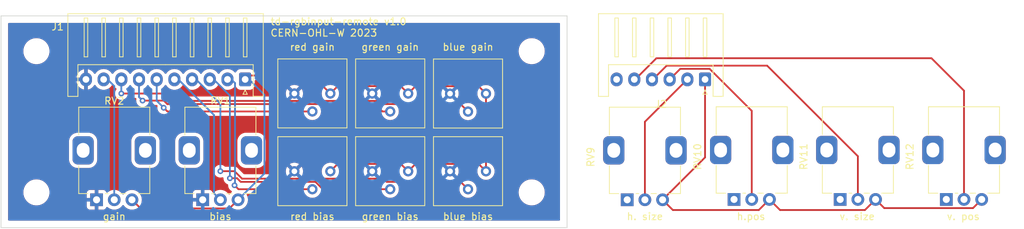
<source format=kicad_pcb>
(kicad_pcb (version 20241229) (generator "pcbnew") (generator_version "9.0")
  (layers (0 "F.Cu" signal) (2 "B.Cu" signal) (13 "F.Paste" user) (15 "B.Paste" user) (5 "F.SilkS" user "F.Silkscreen") (7 "B.SilkS" user "B.Silkscreen") (1 "F.Mask" user) (3 "B.Mask" user) (25 "Edge.Cuts" user))
  (net 0 "")
  (net 1 "+3.3VA")
  (net 2 "/rbias")
  (net 3 "/gbias")
  (net 4 "/bbias")
  (net 5 "/globalbias")
  (net 6 "/rgain")
  (net 7 "/ggain")
  (net 8 "/bgain")
  (net 9 "GND")
  (net 10 "/globalgain")
  (net 11 "/vsize")
  (net 12 "/hsize")
  (net 13 "/hpos")
  (net 14 "/vpos")
  (footprint "Potentiometer_THT:Potentiometer_Alps_RK09K_Single_Vertical" (layer "F.Cu") (at 221.6 88 90)
    (property "Reference" "RV10" (at 6.05 -5.15 90) (layer "F.SilkS"))
    (property "Value" "R_Potentiometer")
    (fp_line (start 13.12 -2.521) (end 13.12 7.52) (stroke (width 0.12)) (layer "F.SilkS"))
    (fp_line (start 9.184 -2.521) (end 13.12 -2.521) (stroke (width 0.12)) (layer "F.SilkS"))
    (fp_line (start 0.88 -2.521) (end 4.817 -2.521) (stroke (width 0.12)) (layer "F.SilkS"))
    (fp_line (start 0.88 -2.521) (end 0.88 -1.2) (stroke (width 0.12)) (layer "F.SilkS"))
    (fp_line (start 0.88 1.25) (end 0.88 1.63) (stroke (width 0.12)) (layer "F.SilkS"))
    (fp_line (start 0.88 3.371) (end 0.88 4.13) (stroke (width 0.12)) (layer "F.SilkS"))
    (fp_line (start 0.88 5.87) (end 0.88 7.52) (stroke (width 0.12)) (layer "F.SilkS"))
    (fp_line (start 9.184 7.52) (end 13.12 7.52) (stroke (width 0.12)) (layer "F.SilkS"))
    (fp_line (start 0.88 7.52) (end 4.817 7.52) (stroke (width 0.12)) (layer "F.SilkS"))
    (pad "1" thru_hole rect (at 0 0 90) (size 1.8 1.8) (drill 1) (layers "*.Cu" "*.Mask") (net 9 "GND"))
    (pad "2" thru_hole circle (at 0 2.5 90) (size 1.8 1.8) (drill 1) (layers "*.Cu" "*.Mask") (net 13 "/hpos"))
    (pad "3" thru_hole circle (at 0 5 90) (size 1.8 1.8) (drill 1) (layers "*.Cu" "*.Mask") (net 1 "+3.3VA"))
    (pad "MP" thru_hole roundrect (at 7 -1.9 90) (size 4 3) (drill oval 2.1 1.8) (layers "*.Cu" "*.Mask"))
    (pad "MP" thru_hole roundrect (at 7 6.9 90) (size 4 3) (drill oval 2.1 1.8) (layers "*.Cu" "*.Mask"))
  )
  (footprint "Potentiometer_THT:Potentiometer_Bourns_3386P_Vertical" (layer "F.Cu") (at 170.46 73 -90)
    (property "Reference" "RV7" (hide yes))
    (property "Value" "R_Potentiometer_Trim")
    (fp_line (start -4.9 2.345) (end 4.87 2.345) (stroke (width 0.12)) (layer "F.SilkS"))
    (fp_line (start -4.9 -7.425) (end -4.9 2.345) (stroke (width 0.12)) (layer "F.SilkS"))
    (fp_line (start -4.9 -7.425) (end 4.87 -7.425) (stroke (width 0.12)) (layer "F.SilkS"))
    (fp_line (start 4.87 -7.425) (end 4.87 2.345) (stroke (width 0.12)) (layer "F.SilkS"))
    (pad "1" thru_hole circle (at 0 0 270) (size 1.44 1.44) (drill 0.8) (layers "*.Cu" "*.Mask") (net 9 "GND"))
    (pad "2" thru_hole circle (at 2.54 -2.54 270) (size 1.44 1.44) (drill 0.8) (layers "*.Cu" "*.Mask") (net 7 "/ggain"))
    (pad "3" thru_hole circle (at 0 -5.08 270) (size 1.44 1.44) (drill 0.8) (layers "*.Cu" "*.Mask") (net 1 "+3.3VA"))
  )
  (footprint "Potentiometer_THT:Potentiometer_Bourns_3386P_Vertical" (layer "F.Cu") (at 181.46 84.015 -90)
    (property "Reference" "RV5" (hide yes))
    (property "Value" "R_Potentiometer_Trim")
    (fp_line (start -4.9 2.345) (end 4.87 2.345) (stroke (width 0.12)) (layer "F.SilkS"))
    (fp_line (start -4.9 -7.425) (end -4.9 2.345) (stroke (width 0.12)) (layer "F.SilkS"))
    (fp_line (start -4.9 -7.425) (end 4.87 -7.425) (stroke (width 0.12)) (layer "F.SilkS"))
    (fp_line (start 4.87 -7.425) (end 4.87 2.345) (stroke (width 0.12)) (layer "F.SilkS"))
    (pad "1" thru_hole circle (at 0 0 270) (size 1.44 1.44) (drill 0.8) (layers "*.Cu" "*.Mask") (net 9 "GND"))
    (pad "2" thru_hole circle (at 2.54 -2.54 270) (size 1.44 1.44) (drill 0.8) (layers "*.Cu" "*.Mask") (net 4 "/bbias"))
    (pad "3" thru_hole circle (at 0 -5.08 270) (size 1.44 1.44) (drill 0.8) (layers "*.Cu" "*.Mask") (net 1 "+3.3VA"))
  )
  (footprint "Potentiometer_THT:Potentiometer_Alps_RK09K_Single_Vertical" (layer "F.Cu") (at 251.6 88 90)
    (property "Reference" "RV12" (at 6.05 -5.15 90) (layer "F.SilkS"))
    (property "Value" "R_Potentiometer")
    (fp_line (start 13.12 -2.521) (end 13.12 7.52) (stroke (width 0.12)) (layer "F.SilkS"))
    (fp_line (start 9.184 -2.521) (end 13.12 -2.521) (stroke (width 0.12)) (layer "F.SilkS"))
    (fp_line (start 0.88 -2.521) (end 4.817 -2.521) (stroke (width 0.12)) (layer "F.SilkS"))
    (fp_line (start 0.88 -2.521) (end 0.88 -1.2) (stroke (width 0.12)) (layer "F.SilkS"))
    (fp_line (start 0.88 1.25) (end 0.88 1.63) (stroke (width 0.12)) (layer "F.SilkS"))
    (fp_line (start 0.88 3.371) (end 0.88 4.13) (stroke (width 0.12)) (layer "F.SilkS"))
    (fp_line (start 0.88 5.87) (end 0.88 7.52) (stroke (width 0.12)) (layer "F.SilkS"))
    (fp_line (start 9.184 7.52) (end 13.12 7.52) (stroke (width 0.12)) (layer "F.SilkS"))
    (fp_line (start 0.88 7.52) (end 4.817 7.52) (stroke (width 0.12)) (layer "F.SilkS"))
    (pad "1" thru_hole rect (at 0 0 90) (size 1.8 1.8) (drill 1) (layers "*.Cu" "*.Mask") (net 9 "GND"))
    (pad "2" thru_hole circle (at 0 2.5 90) (size 1.8 1.8) (drill 1) (layers "*.Cu" "*.Mask") (net 14 "/vpos"))
    (pad "3" thru_hole circle (at 0 5 90) (size 1.8 1.8) (drill 1) (layers "*.Cu" "*.Mask") (net 1 "+3.3VA"))
    (pad "MP" thru_hole roundrect (at 7 -1.9 90) (size 4 3) (drill oval 2.1 1.8) (layers "*.Cu" "*.Mask"))
    (pad "MP" thru_hole roundrect (at 7 6.9 90) (size 4 3) (drill oval 2.1 1.8) (layers "*.Cu" "*.Mask"))
  )
  (footprint "Potentiometer_THT:Potentiometer_Alps_RK09K_Single_Vertical" (layer "F.Cu") (at 206.5 88.05 90)
    (property "Reference" "RV9" (at 6.05 -5.15 90) (layer "F.SilkS"))
    (property "Value" "R_Potentiometer")
    (fp_line (start 13.12 -2.521) (end 13.12 7.52) (stroke (width 0.12)) (layer "F.SilkS"))
    (fp_line (start 9.184 -2.521) (end 13.12 -2.521) (stroke (width 0.12)) (layer "F.SilkS"))
    (fp_line (start 0.88 -2.521) (end 4.817 -2.521) (stroke (width 0.12)) (layer "F.SilkS"))
    (fp_line (start 0.88 -2.521) (end 0.88 -1.2) (stroke (width 0.12)) (layer "F.SilkS"))
    (fp_line (start 0.88 1.25) (end 0.88 1.63) (stroke (width 0.12)) (layer "F.SilkS"))
    (fp_line (start 0.88 3.371) (end 0.88 4.13) (stroke (width 0.12)) (layer "F.SilkS"))
    (fp_line (start 0.88 5.87) (end 0.88 7.52) (stroke (width 0.12)) (layer "F.SilkS"))
    (fp_line (start 9.184 7.52) (end 13.12 7.52) (stroke (width 0.12)) (layer "F.SilkS"))
    (fp_line (start 0.88 7.52) (end 4.817 7.52) (stroke (width 0.12)) (layer "F.SilkS"))
    (pad "1" thru_hole rect (at 0 0 90) (size 1.8 1.8) (drill 1) (layers "*.Cu" "*.Mask") (net 9 "GND"))
    (pad "2" thru_hole circle (at 0 2.5 90) (size 1.8 1.8) (drill 1) (layers "*.Cu" "*.Mask") (net 12 "/hsize"))
    (pad "3" thru_hole circle (at 0 5 90) (size 1.8 1.8) (drill 1) (layers "*.Cu" "*.Mask") (net 1 "+3.3VA"))
    (pad "MP" thru_hole roundrect (at 7 -1.9 90) (size 4 3) (drill oval 2.1 1.8) (layers "*.Cu" "*.Mask"))
    (pad "MP" thru_hole roundrect (at 7 6.9 90) (size 4 3) (drill oval 2.1 1.8) (layers "*.Cu" "*.Mask"))
  )
  (footprint "Connector_JST:JST_XH_S6B-XH-A_1x06_P2.50mm_Horizontal" (layer "F.Cu") (at 217.5 71 180)
    (property "Reference" "J2" (at 6.25 -3.51 0) (layer "F.SilkS"))
    (property "Value" "Conn_01x06_Pin")
    (fp_line (start 15.06 9.31) (end 15.06 -2.41) (stroke (width 0.12)) (layer "F.SilkS"))
    (fp_line (start 15.06 -2.41) (end 13.64 -2.41) (stroke (width 0.12)) (layer "F.SilkS"))
    (fp_line (start 13.64 2.09) (end 6.25 2.09) (stroke (width 0.12)) (layer "F.SilkS"))
    (fp_line (start 13.64 -2.41) (end 13.64 2.09) (stroke (width 0.12)) (layer "F.SilkS"))
    (fp_line (start 6.25 9.31) (end 15.06 9.31) (stroke (width 0.12)) (layer "F.SilkS"))
    (fp_line (start 6.25 9.31) (end -2.56 9.31) (stroke (width 0.12)) (layer "F.SilkS"))
    (fp_line (start 0.3 -2.1) (end 0 -1.5) (stroke (width 0.12)) (layer "F.SilkS"))
    (fp_line (start 0 -1.5) (end -0.3 -2.1) (stroke (width 0.12)) (layer "F.SilkS"))
    (fp_line (start -0.3 -2.1) (end 0.3 -2.1) (stroke (width 0.12)) (layer "F.SilkS"))
    (fp_line (start -1.14 2.09) (end 6.25 2.09) (stroke (width 0.12)) (layer "F.SilkS"))
    (fp_line (start -1.14 -2.41) (end -1.14 2.09) (stroke (width 0.12)) (layer "F.SilkS"))
    (fp_line (start -2.56 9.31) (end -2.56 -2.41) (stroke (width 0.12)) (layer "F.SilkS"))
    (fp_line (start -2.56 -2.41) (end -1.14 -2.41) (stroke (width 0.12)) (layer "F.SilkS"))
    (fp_rect (start 12.25 3.2) (end 12.75 8.7) (stroke (width 0.12)) (fill no) (layer "F.SilkS"))
    (fp_rect (start 9.75 3.2) (end 10.25 8.7) (stroke (width 0.12)) (fill no) (layer "F.SilkS"))
    (fp_rect (start 7.25 3.2) (end 7.75 8.7) (stroke (width 0.12)) (fill no) (layer "F.SilkS"))
    (fp_rect (start 4.75 3.2) (end 5.25 8.7) (stroke (width 0.12)) (fill no) (layer "F.SilkS"))
    (fp_rect (start 2.25 3.2) (end 2.75 8.7) (stroke (width 0.12)) (fill no) (layer "F.SilkS"))
    (fp_rect (start -0.25 3.2) (end 0.25 8.7) (stroke (width 0.12)) (fill no) (layer "F.SilkS"))
    (pad "1" thru_hole roundrect (at 0 0 180) (size 1.7 1.95) (drill 0.95) (layers "*.Cu" "*.Mask") (roundrect_rratio 0.147059) (net 1 "+3.3VA"))
    (pad "2" thru_hole oval (at 2.5 0 180) (size 1.7 1.95) (drill 0.95) (layers "*.Cu" "*.Mask") (net 12 "/hsize"))
    (pad "3" thru_hole oval (at 5 0 180) (size 1.7 1.95) (drill 0.95) (layers "*.Cu" "*.Mask") (net 13 "/hpos"))
    (pad "4" thru_hole oval (at 7.5 0 180) (size 1.7 1.95) (drill 0.95) (layers "*.Cu" "*.Mask") (net 11 "/vsize"))
    (pad "5" thru_hole oval (at 10 0 180) (size 1.7 1.95) (drill 0.95) (layers "*.Cu" "*.Mask") (net 14 "/vpos"))
    (pad "6" thru_hole oval (at 12.5 0 180) (size 1.7 1.95) (drill 0.95) (layers "*.Cu" "*.Mask") (net 9 "GND"))
  )
  (footprint "Potentiometer_THT:Potentiometer_Bourns_3386P_Vertical" (layer "F.Cu") (at 159.46 84.015 -90)
    (property "Reference" "RV3" (hide yes))
    (property "Value" "R_Potentiometer_Trim")
    (fp_line (start -4.9 2.345) (end 4.87 2.345) (stroke (width 0.12)) (layer "F.SilkS"))
    (fp_line (start -4.9 -7.425) (end -4.9 2.345) (stroke (width 0.12)) (layer "F.SilkS"))
    (fp_line (start -4.9 -7.425) (end 4.87 -7.425) (stroke (width 0.12)) (layer "F.SilkS"))
    (fp_line (start 4.87 -7.425) (end 4.87 2.345) (stroke (width 0.12)) (layer "F.SilkS"))
    (pad "1" thru_hole circle (at 0 0 270) (size 1.44 1.44) (drill 0.8) (layers "*.Cu" "*.Mask") (net 9 "GND"))
    (pad "2" thru_hole circle (at 2.54 -2.54 270) (size 1.44 1.44) (drill 0.8) (layers "*.Cu" "*.Mask") (net 2 "/rbias"))
    (pad "3" thru_hole circle (at 0 -5.08 270) (size 1.44 1.44) (drill 0.8) (layers "*.Cu" "*.Mask") (net 1 "+3.3VA"))
  )
  (footprint "MountingHole:MountingHole_3.2mm_M3" (layer "F.Cu") (at 193 67)
    (property "Reference" "H2" (hide yes))
    (property "Value" "MountingHole")
    (pad "" np_thru_hole circle (at 0 0) (size 3.2 3.2) (drill 3.2) (layers "*.Cu" "*.Mask"))
  )
  (footprint "Potentiometer_THT:Potentiometer_Bourns_3386P_Vertical" (layer "F.Cu") (at 181.46 73.015 -90)
    (property "Reference" "RV8" (hide yes))
    (property "Value" "R_Potentiometer_Trim")
    (fp_line (start -4.9 2.345) (end 4.87 2.345) (stroke (width 0.12)) (layer "F.SilkS"))
    (fp_line (start -4.9 -7.425) (end -4.9 2.345) (stroke (width 0.12)) (layer "F.SilkS"))
    (fp_line (start -4.9 -7.425) (end 4.87 -7.425) (stroke (width 0.12)) (layer "F.SilkS"))
    (fp_line (start 4.87 -7.425) (end 4.87 2.345) (stroke (width 0.12)) (layer "F.SilkS"))
    (pad "1" thru_hole circle (at 0 0 270) (size 1.44 1.44) (drill 0.8) (layers "*.Cu" "*.Mask") (net 9 "GND"))
    (pad "2" thru_hole circle (at 2.54 -2.54 270) (size 1.44 1.44) (drill 0.8) (layers "*.Cu" "*.Mask") (net 8 "/bgain"))
    (pad "3" thru_hole circle (at 0 -5.08 270) (size 1.44 1.44) (drill 0.8) (layers "*.Cu" "*.Mask") (net 1 "+3.3VA"))
  )
  (footprint "Potentiometer_THT:Potentiometer_Alps_RK09K_Single_Vertical" (layer "F.Cu") (at 236.6 88 90)
    (property "Reference" "RV11" (at 6.05 -5.15 90) (layer "F.SilkS"))
    (property "Value" "R_Potentiometer")
    (fp_line (start 13.12 -2.521) (end 13.12 7.52) (stroke (width 0.12)) (layer "F.SilkS"))
    (fp_line (start 9.184 -2.521) (end 13.12 -2.521) (stroke (width 0.12)) (layer "F.SilkS"))
    (fp_line (start 0.88 -2.521) (end 4.817 -2.521) (stroke (width 0.12)) (layer "F.SilkS"))
    (fp_line (start 0.88 -2.521) (end 0.88 -1.2) (stroke (width 0.12)) (layer "F.SilkS"))
    (fp_line (start 0.88 1.25) (end 0.88 1.63) (stroke (width 0.12)) (layer "F.SilkS"))
    (fp_line (start 0.88 3.371) (end 0.88 4.13) (stroke (width 0.12)) (layer "F.SilkS"))
    (fp_line (start 0.88 5.87) (end 0.88 7.52) (stroke (width 0.12)) (layer "F.SilkS"))
    (fp_line (start 9.184 7.52) (end 13.12 7.52) (stroke (width 0.12)) (layer "F.SilkS"))
    (fp_line (start 0.88 7.52) (end 4.817 7.52) (stroke (width 0.12)) (layer "F.SilkS"))
    (pad "1" thru_hole rect (at 0 0 90) (size 1.8 1.8) (drill 1) (layers "*.Cu" "*.Mask") (net 9 "GND"))
    (pad "2" thru_hole circle (at 0 2.5 90) (size 1.8 1.8) (drill 1) (layers "*.Cu" "*.Mask") (net 11 "/vsize"))
    (pad "3" thru_hole circle (at 0 5 90) (size 1.8 1.8) (drill 1) (layers "*.Cu" "*.Mask") (net 1 "+3.3VA"))
    (pad "MP" thru_hole roundrect (at 7 -1.9 90) (size 4 3) (drill oval 2.1 1.8) (layers "*.Cu" "*.Mask"))
    (pad "MP" thru_hole roundrect (at 7 6.9 90) (size 4 3) (drill oval 2.1 1.8) (layers "*.Cu" "*.Mask"))
  )
  (footprint "Connector_JST:JST_XH_S10B-XH-A_1x10_P2.50mm_Horizontal" (layer "F.Cu") (at 152.5 71 180)
    (property "Reference" "J1" (at 26.5 7.45 0) (layer "F.SilkS"))
    (property "Value" "Conn_01x10_Pin")
    (fp_line (start 25.06 9.31) (end 25.06 -2.41) (stroke (width 0.12)) (layer "F.SilkS"))
    (fp_line (start 25.06 -2.41) (end 23.64 -2.41) (stroke (width 0.12)) (layer "F.SilkS"))
    (fp_line (start 23.64 2.09) (end 11.25 2.09) (stroke (width 0.12)) (layer "F.SilkS"))
    (fp_line (start 23.64 -2.41) (end 23.64 2.09) (stroke (width 0.12)) (layer "F.SilkS"))
    (fp_line (start 22.75 8.7) (end 22.75 3.2) (stroke (width 0.12)) (layer "F.SilkS"))
    (fp_line (start 22.75 3.2) (end 22.25 3.2) (stroke (width 0.12)) (layer "F.SilkS"))
    (fp_line (start 22.25 8.7) (end 22.75 8.7) (stroke (width 0.12)) (layer "F.SilkS"))
    (fp_line (start 22.25 3.2) (end 22.25 8.7) (stroke (width 0.12)) (layer "F.SilkS"))
    (fp_line (start 20.25 8.7) (end 20.25 3.2) (stroke (width 0.12)) (layer "F.SilkS"))
    (fp_line (start 20.25 3.2) (end 19.75 3.2) (stroke (width 0.12)) (layer "F.SilkS"))
    (fp_line (start 19.75 8.7) (end 20.25 8.7) (stroke (width 0.12)) (layer "F.SilkS"))
    (fp_line (start 19.75 3.2) (end 19.75 8.7) (stroke (width 0.12)) (layer "F.SilkS"))
    (fp_line (start 17.75 8.7) (end 17.75 3.2) (stroke (width 0.12)) (layer "F.SilkS"))
    (fp_line (start 17.75 3.2) (end 17.25 3.2) (stroke (width 0.12)) (layer "F.SilkS"))
    (fp_line (start 17.25 8.7) (end 17.75 8.7) (stroke (width 0.12)) (layer "F.SilkS"))
    (fp_line (start 17.25 3.2) (end 17.25 8.7) (stroke (width 0.12)) (layer "F.SilkS"))
    (fp_line (start 15.25 8.7) (end 15.25 3.2) (stroke (width 0.12)) (layer "F.SilkS"))
    (fp_line (start 15.25 3.2) (end 14.75 3.2) (stroke (width 0.12)) (layer "F.SilkS"))
    (fp_line (start 14.75 8.7) (end 15.25 8.7) (stroke (width 0.12)) (layer "F.SilkS"))
    (fp_line (start 14.75 3.2) (end 14.75 8.7) (stroke (width 0.12)) (layer "F.SilkS"))
    (fp_line (start 12.75 8.7) (end 12.75 3.2) (stroke (width 0.12)) (layer "F.SilkS"))
    (fp_line (start 12.75 3.2) (end 12.25 3.2) (stroke (width 0.12)) (layer "F.SilkS"))
    (fp_line (start 12.25 8.7) (end 12.75 8.7) (stroke (width 0.12)) (layer "F.SilkS"))
    (fp_line (start 12.25 3.2) (end 12.25 8.7) (stroke (width 0.12)) (layer "F.SilkS"))
    (fp_line (start 11.25 9.31) (end 25.06 9.31) (stroke (width 0.12)) (layer "F.SilkS"))
    (fp_line (start 11.25 9.31) (end -2.56 9.31) (stroke (width 0.12)) (layer "F.SilkS"))
    (fp_line (start 10.25 8.7) (end 10.25 3.2) (stroke (width 0.12)) (layer "F.SilkS"))
    (fp_line (start 10.25 3.2) (end 9.75 3.2) (stroke (width 0.12)) (layer "F.SilkS"))
    (fp_line (start 9.75 8.7) (end 10.25 8.7) (stroke (width 0.12)) (layer "F.SilkS"))
    (fp_line (start 9.75 3.2) (end 9.75 8.7) (stroke (width 0.12)) (layer "F.SilkS"))
    (fp_line (start 7.75 8.7) (end 7.75 3.2) (stroke (width 0.12)) (layer "F.SilkS"))
    (fp_line (start 7.75 3.2) (end 7.25 3.2) (stroke (width 0.12)) (layer "F.SilkS"))
    (fp_line (start 7.25 8.7) (end 7.75 8.7) (stroke (width 0.12)) (layer "F.SilkS"))
    (fp_line (start 7.25 3.2) (end 7.25 8.7) (stroke (width 0.12)) (layer "F.SilkS"))
    (fp_line (start 5.25 8.7) (end 5.25 3.2) (stroke (width 0.12)) (layer "F.SilkS"))
    (fp_line (start 5.25 3.2) (end 4.75 3.2) (stroke (width 0.12)) (layer "F.SilkS"))
    (fp_line (start 4.75 8.7) (end 5.25 8.7) (stroke (width 0.12)) (layer "F.SilkS"))
    (fp_line (start 4.75 3.2) (end 4.75 8.7) (stroke (width 0.12)) (layer "F.SilkS"))
    (fp_line (start 2.75 8.7) (end 2.75 3.2) (stroke (width 0.12)) (layer "F.SilkS"))
    (fp_line (start 2.75 3.2) (end 2.25 3.2) (stroke (width 0.12)) (layer "F.SilkS"))
    (fp_line (start 2.25 8.7) (end 2.75 8.7) (stroke (width 0.12)) (layer "F.SilkS"))
    (fp_line (start 2.25 3.2) (end 2.25 8.7) (stroke (width 0.12)) (layer "F.SilkS"))
    (fp_line (start 0.3 -2.1) (end 0 -1.5) (stroke (width 0.12)) (layer "F.SilkS"))
    (fp_line (start 0.25 8.7) (end 0.25 3.2) (stroke (width 0.12)) (layer "F.SilkS"))
    (fp_line (start 0.25 3.2) (end -0.25 3.2) (stroke (width 0.12)) (layer "F.SilkS"))
    (fp_line (start 0 -1.5) (end -0.3 -2.1) (stroke (width 0.12)) (layer "F.SilkS"))
    (fp_line (start -0.25 8.7) (end 0.25 8.7) (stroke (width 0.12)) (layer "F.SilkS"))
    (fp_line (start -0.25 3.2) (end -0.25 8.7) (stroke (width 0.12)) (layer "F.SilkS"))
    (fp_line (start -0.3 -2.1) (end 0.3 -2.1) (stroke (width 0.12)) (layer "F.SilkS"))
    (fp_line (start -1.14 2.09) (end 11.25 2.09) (stroke (width 0.12)) (layer "F.SilkS"))
    (fp_line (start -1.14 -2.41) (end -1.14 2.09) (stroke (width 0.12)) (layer "F.SilkS"))
    (fp_line (start -2.56 9.31) (end -2.56 -2.41) (stroke (width 0.12)) (layer "F.SilkS"))
    (fp_line (start -2.56 -2.41) (end -1.14 -2.41) (stroke (width 0.12)) (layer "F.SilkS"))
    (pad "1" thru_hole roundrect (at 0 0 180) (size 1.7 1.95) (drill 0.95) (layers "*.Cu" "*.Mask") (roundrect_rratio 0.1470588235) (net 1 "+3.3VA"))
    (pad "2" thru_hole oval (at 2.5 0 180) (size 1.7 1.95) (drill 0.95) (layers "*.Cu" "*.Mask") (net 2 "/rbias"))
    (pad "3" thru_hole oval (at 5 0 180) (size 1.7 1.95) (drill 0.95) (layers "*.Cu" "*.Mask") (net 3 "/gbias"))
    (pad "4" thru_hole oval (at 7.5 0 180) (size 1.7 1.95) (drill 0.95) (layers "*.Cu" "*.Mask") (net 4 "/bbias"))
    (pad "5" thru_hole oval (at 10 0 180) (size 1.7 1.95) (drill 0.95) (layers "*.Cu" "*.Mask") (net 5 "/globalbias"))
    (pad "6" thru_hole oval (at 12.5 0 180) (size 1.7 1.95) (drill 0.95) (layers "*.Cu" "*.Mask") (net 6 "/rgain"))
    (pad "7" thru_hole oval (at 15 0 180) (size 1.7 1.95) (drill 0.95) (layers "*.Cu" "*.Mask") (net 7 "/ggain"))
    (pad "8" thru_hole oval (at 17.5 0 180) (size 1.7 1.95) (drill 0.95) (layers "*.Cu" "*.Mask") (net 8 "/bgain"))
    (pad "9" thru_hole oval (at 20 0 180) (size 1.7 1.95) (drill 0.95) (layers "*.Cu" "*.Mask") (net 10 "/globalgain"))
    (pad "10" thru_hole oval (at 22.5 0 180) (size 1.7 1.95) (drill 0.95) (layers "*.Cu" "*.Mask") (net 9 "GND"))
  )
  (footprint "Potentiometer_THT:Potentiometer_Bourns_3386P_Vertical" (layer "F.Cu") (at 170.46 84.015 -90)
    (property "Reference" "RV4" (hide yes))
    (property "Value" "R_Potentiometer_Trim")
    (fp_line (start -4.9 2.345) (end 4.87 2.345) (stroke (width 0.12)) (layer "F.SilkS"))
    (fp_line (start -4.9 -7.425) (end -4.9 2.345) (stroke (width 0.12)) (layer "F.SilkS"))
    (fp_line (start -4.9 -7.425) (end 4.87 -7.425) (stroke (width 0.12)) (layer "F.SilkS"))
    (fp_line (start 4.87 -7.425) (end 4.87 2.345) (stroke (width 0.12)) (layer "F.SilkS"))
    (pad "1" thru_hole circle (at 0 0 270) (size 1.44 1.44) (drill 0.8) (layers "*.Cu" "*.Mask") (net 9 "GND"))
    (pad "2" thru_hole circle (at 2.54 -2.54 270) (size 1.44 1.44) (drill 0.8) (layers "*.Cu" "*.Mask") (net 3 "/gbias"))
    (pad "3" thru_hole circle (at 0 -5.08 270) (size 1.44 1.44) (drill 0.8) (layers "*.Cu" "*.Mask") (net 1 "+3.3VA"))
  )
  (footprint "Potentiometer_THT:Potentiometer_Alps_RK09K_Single_Vertical" (layer "F.Cu") (at 146.5 88.05 90)
    (property "Reference" "RV1" (at 14.05 2.5 0) (layer "F.SilkS"))
    (property "Value" "R_Potentiometer")
    (fp_line (start 13.12 -2.521) (end 13.12 7.52) (stroke (width 0.12)) (layer "F.SilkS"))
    (fp_line (start 9.184 -2.521) (end 13.12 -2.521) (stroke (width 0.12)) (layer "F.SilkS"))
    (fp_line (start 0.88 -2.521) (end 4.817 -2.521) (stroke (width 0.12)) (layer "F.SilkS"))
    (fp_line (start 0.88 -2.521) (end 0.88 -1.2) (stroke (width 0.12)) (layer "F.SilkS"))
    (fp_line (start 0.88 1.25) (end 0.88 1.63) (stroke (width 0.12)) (layer "F.SilkS"))
    (fp_line (start 0.88 3.371) (end 0.88 4.13) (stroke (width 0.12)) (layer "F.SilkS"))
    (fp_line (start 0.88 5.87) (end 0.88 7.52) (stroke (width 0.12)) (layer "F.SilkS"))
    (fp_line (start 9.184 7.52) (end 13.12 7.52) (stroke (width 0.12)) (layer "F.SilkS"))
    (fp_line (start 0.88 7.52) (end 4.817 7.52) (stroke (width 0.12)) (layer "F.SilkS"))
    (pad "1" thru_hole rect (at 0 0 90) (size 1.8 1.8) (drill 1) (layers "*.Cu" "*.Mask") (net 9 "GND"))
    (pad "2" thru_hole circle (at 0 2.5 90) (size 1.8 1.8) (drill 1) (layers "*.Cu" "*.Mask") (net 5 "/globalbias"))
    (pad "3" thru_hole circle (at 0 5 90) (size 1.8 1.8) (drill 1) (layers "*.Cu" "*.Mask") (net 1 "+3.3VA"))
    (pad "MP" thru_hole roundrect (at 7 -1.9 90) (size 4 3) (drill oval 2.1 1.8) (layers "*.Cu" "*.Mask"))
    (pad "MP" thru_hole roundrect (at 7 6.9 90) (size 4 3) (drill oval 2.1 1.8) (layers "*.Cu" "*.Mask"))
  )
  (footprint "Potentiometer_THT:Potentiometer_Alps_RK09K_Single_Vertical" (layer "F.Cu") (at 131.5 88.05 90)
    (property "Reference" "RV2" (at 14 2.5 180) (layer "F.SilkS"))
    (property "Value" "R_Potentiometer")
    (fp_line (start 13.12 -2.521) (end 13.12 7.52) (stroke (width 0.12)) (layer "F.SilkS"))
    (fp_line (start 9.184 -2.521) (end 13.12 -2.521) (stroke (width 0.12)) (layer "F.SilkS"))
    (fp_line (start 0.88 -2.521) (end 4.817 -2.521) (stroke (width 0.12)) (layer "F.SilkS"))
    (fp_line (start 0.88 -2.521) (end 0.88 -1.2) (stroke (width 0.12)) (layer "F.SilkS"))
    (fp_line (start 0.88 1.25) (end 0.88 1.63) (stroke (width 0.12)) (layer "F.SilkS"))
    (fp_line (start 0.88 3.371) (end 0.88 4.13) (stroke (width 0.12)) (layer "F.SilkS"))
    (fp_line (start 0.88 5.87) (end 0.88 7.52) (stroke (width 0.12)) (layer "F.SilkS"))
    (fp_line (start 9.184 7.52) (end 13.12 7.52) (stroke (width 0.12)) (layer "F.SilkS"))
    (fp_line (start 0.88 7.52) (end 4.817 7.52) (stroke (width 0.12)) (layer "F.SilkS"))
    (pad "1" thru_hole rect (at 0 0 90) (size 1.8 1.8) (drill 1) (layers "*.Cu" "*.Mask") (net 9 "GND"))
    (pad "2" thru_hole circle (at 0 2.5 90) (size 1.8 1.8) (drill 1) (layers "*.Cu" "*.Mask") (net 10 "/globalgain"))
    (pad "3" thru_hole circle (at 0 5 90) (size 1.8 1.8) (drill 1) (layers "*.Cu" "*.Mask") (net 1 "+3.3VA"))
    (pad "MP" thru_hole roundrect (at 7 -1.9 90) (size 4 3) (drill oval 2.1 1.8) (layers "*.Cu" "*.Mask"))
    (pad "MP" thru_hole roundrect (at 7 6.9 90) (size 4 3) (drill oval 2.1 1.8) (layers "*.Cu" "*.Mask"))
  )
  (footprint "MountingHole:MountingHole_3.2mm_M3" (layer "F.Cu") (at 193 87)
    (property "Reference" "H4" (hide yes))
    (property "Value" "MountingHole")
    (pad "" np_thru_hole circle (at 0 0) (size 3.2 3.2) (drill 3.2) (layers "*.Cu" "*.Mask"))
  )
  (footprint "Potentiometer_THT:Potentiometer_Bourns_3386P_Vertical" (layer "F.Cu") (at 159.46 73 -90)
    (property "Reference" "RV6" (hide yes))
    (property "Value" "R_Potentiometer_Trim")
    (fp_line (start -4.9 2.345) (end 4.87 2.345) (stroke (width 0.12)) (layer "F.SilkS"))
    (fp_line (start -4.9 -7.425) (end -4.9 2.345) (stroke (width 0.12)) (layer "F.SilkS"))
    (fp_line (start -4.9 -7.425) (end 4.87 -7.425) (stroke (width 0.12)) (layer "F.SilkS"))
    (fp_line (start 4.87 -7.425) (end 4.87 2.345) (stroke (width 0.12)) (layer "F.SilkS"))
    (pad "1" thru_hole circle (at 0 0 270) (size 1.44 1.44) (drill 0.8) (layers "*.Cu" "*.Mask") (net 9 "GND"))
    (pad "2" thru_hole circle (at 2.54 -2.54 270) (size 1.44 1.44) (drill 0.8) (layers "*.Cu" "*.Mask") (net 6 "/rgain"))
    (pad "3" thru_hole circle (at 0 -5.08 270) (size 1.44 1.44) (drill 0.8) (layers "*.Cu" "*.Mask") (net 1 "+3.3VA"))
  )
  (footprint "MountingHole:MountingHole_3.2mm_M3" (layer "F.Cu") (at 123 87)
    (property "Reference" "H3" (hide yes))
    (property "Value" "MountingHole")
    (pad "" np_thru_hole circle (at 0 0) (size 3.2 3.2) (drill 3.2) (layers "*.Cu" "*.Mask"))
  )
  (footprint "MountingHole:MountingHole_3.2mm_M3" (layer "F.Cu") (at 123 67)
    (property "Reference" "H1" (hide yes))
    (property "Value" "MountingHole")
    (pad "" np_thru_hole circle (at 0 0) (size 3.2 3.2) (drill 3.2) (layers "*.Cu" "*.Mask"))
  )
  (gr_line (start 118 92) (end 198 92) (stroke (width 0.1)) (layer "Edge.Cuts"))
  (gr_line (start 118 62) (end 118 92) (stroke (width 0.1)) (layer "Edge.Cuts"))
  (gr_line (start 198 92) (end 198 62) (stroke (width 0.1)) (layer "Edge.Cuts"))
  (gr_line (start 198 62) (end 118 62) (stroke (width 0.1)) (layer "Edge.Cuts"))
  (gr_text "td-rgbinput-remote v1.0\nCERN-OHL-W 2023" (at 156 65 0) (layer "F.SilkS") (effects (font (size 1 1)) (justify left bottom)))
  (gr_text "blue gain" (at 184 67 0) (layer "F.SilkS") (effects (font (size 1 1)) (justify bottom)))
  (gr_text "bias" (at 149 91 0) (layer "F.SilkS") (effects (font (size 1 1)) (justify bottom)))
  (gr_text "h. size" (at 209 91 0) (layer "F.SilkS") (effects (font (size 1 1)) (justify bottom)))
  (gr_text "blue bias" (at 184 91 0) (layer "F.SilkS") (effects (font (size 1 1)) (justify bottom)))
  (gr_text "v. size" (at 239 91 0) (layer "F.SilkS") (effects (font (size 1 1)) (justify bottom)))
  (gr_text "red bias" (at 162 91 0) (layer "F.SilkS") (effects (font (size 1 1)) (justify bottom)))
  (gr_text "v. pos" (at 254 91 0) (layer "F.SilkS") (effects (font (size 1 1)) (justify bottom)))
  (gr_text "green gain" (at 173 67 0) (layer "F.SilkS") (effects (font (size 1 1)) (justify bottom)))
  (gr_text "red gain" (at 162 67 0) (layer "F.SilkS") (effects (font (size 1 1)) (justify bottom)))
  (gr_text "gain" (at 134 91 0) (layer "F.SilkS") (effects (font (size 1 1)) (justify bottom)))
  (gr_text "green bias" (at 173 91 0) (layer "F.SilkS") (effects (font (size 1 1)) (justify bottom)))
  (gr_text "h.pos" (at 224 91 0) (layer "F.SilkS") (effects (font (size 1 1)) (justify bottom)))
  (segment (start 151.5 88.05) (end 150.275 89.275) (width 0.25) (layer "F.Cu") (net 1))
  (segment (start 174.495 71.955) (end 175.54 73) (width 0.25) (layer "F.Cu") (net 1))
  (segment (start 228.1 89.5) (end 240.1 89.5) (width 0.25) (layer "F.Cu") (net 1))
  (segment (start 255.374 89.226) (end 256.6 88) (width 0.25) (layer "F.Cu") (net 1))
  (segment (start 164.54 73) (end 165.585 71.955) (width 0.25) (layer "F.Cu") (net 1))
  (segment (start 217.5 82.05) (end 211.5 88.05) (width 0.25) (layer "F.Cu") (net 1))
  (segment (start 161.99 70.45) (end 164.54 73) (width 0.25) (layer "F.Cu") (net 1))
  (segment (start 176.585 82.97) (end 175.54 84.015) (width 0.25) (layer "F.Cu") (net 1))
  (segment (start 150.275 89.275) (end 137.725 89.275) (width 0.25) (layer "F.Cu") (net 1))
  (segment (start 175.54 84.015) (end 174.495 82.97) (width 0.25) (layer "F.Cu") (net 1))
  (segment (start 137.725 89.275) (end 136.5 88.05) (width 0.25) (layer "F.Cu") (net 1))
  (segment (start 240.1 89.5) (end 241.6 88) (width 0.25) (layer "F.Cu") (net 1))
  (segment (start 211.5 88.05) (end 212.95 89.5) (width 0.25) (layer "F.Cu") (net 1))
  (segment (start 226.6 88) (end 228.1 89.5) (width 0.25) (layer "F.Cu") (net 1))
  (segment (start 174.495 82.97) (end 165.585 82.97) (width 0.25) (layer "F.Cu") (net 1))
  (segment (start 175.54 73) (end 176.57 71.97) (width 0.25) (layer "F.Cu") (net 1))
  (segment (start 186.54 73.015) (end 186.54 84.015) (width 0.25) (layer "F.Cu") (net 1))
  (segment (start 212.95 89.5) (end 225.1 89.5) (width 0.25) (layer "F.Cu") (net 1))
  (segment (start 217.5 71) (end 217.5 82.05) (width 0.25) (layer "F.Cu") (net 1))
  (segment (start 165.585 71.955) (end 174.495 71.955) (width 0.25) (layer "F.Cu") (net 1))
  (segment (start 225.1 89.5) (end 226.6 88) (width 0.25) (layer "F.Cu") (net 1))
  (segment (start 242.826 89.226) (end 255.374 89.226) (width 0.25) (layer "F.Cu") (net 1))
  (segment (start 185.495 71.97) (end 186.54 73.015) (width 0.25) (layer "F.Cu") (net 1))
  (segment (start 186.54 84.015) (end 185.495 82.97) (width 0.25) (layer "F.Cu") (net 1))
  (segment (start 176.57 71.97) (end 185.495 71.97) (width 0.25) (layer "F.Cu") (net 1))
  (segment (start 241.6 88) (end 242.826 89.226) (width 0.25) (layer "F.Cu") (net 1))
  (segment (start 165.585 82.97) (end 164.54 84.015) (width 0.25) (layer "F.Cu") (net 1))
  (segment (start 185.495 82.97) (end 176.585 82.97) (width 0.25) (layer "F.Cu") (net 1))
  (segment (start 152.5 70.45) (end 161.99 70.45) (width 0.25) (layer "F.Cu") (net 1))
  (segment (start 155.225 73.175) (end 155.225 84.325) (width 0.25) (layer "B.Cu") (net 1))
  (segment (start 152.5 70.45) (end 155.225 73.175) (width 0.25) (layer "B.Cu") (net 1))
  (segment (start 155.225 84.325) (end 151.5 88.05) (width 0.25) (layer "B.Cu") (net 1))
  (segment (start 162 86.555) (end 151.555 86.555) (width 0.25) (layer "F.Cu") (net 2))
  (segment (start 151.555 86.555) (end 151 86) (width 0.25) (layer "F.Cu") (net 2))
  (via (at 151 86) (size 0.8) (drill 0.4) (layers "F.Cu" "B.Cu") (net 2))
  (segment (start 151.066436 85.933564) (end 151.066436 71.516436) (width 0.25) (layer "B.Cu") (net 2))
  (segment (start 151.066436 71.516436) (end 150 70.45) (width 0.25) (layer "B.Cu") (net 2))
  (segment (start 151 86) (end 151.066436 85.933564) (width 0.25) (layer "B.Cu") (net 2))
  (segment (start 162.432854 85.51) (end 151.873604 85.51) (width 0.25) (layer "F.Cu") (net 3))
  (segment (start 163.477854 86.555) (end 162.432854 85.51) (width 0.25) (layer "F.Cu") (net 3))
  (segment (start 151.363721 85.000117) (end 150.341437 85.000117) (width 0.25) (layer "F.Cu") (net 3))
  (segment (start 151.873604 85.51) (end 151.363721 85.000117) (width 0.25) (layer "F.Cu") (net 3))
  (segment (start 173 86.555) (end 163.477854 86.555) (width 0.25) (layer "F.Cu") (net 3))
  (via (at 150.341437 85.000117) (size 0.8) (drill 0.4) (layers "F.Cu" "B.Cu") (net 3))
  (segment (start 150.341437 73.291437) (end 147.5 70.45) (width 0.25) (layer "B.Cu") (net 3))
  (segment (start 150.341437 85.000117) (end 150.341437 73.291437) (width 0.25) (layer "B.Cu") (net 3))
  (segment (start 182.955 85.51) (end 172.51 85.51) (width 0.25) (layer "F.Cu") (net 4))
  (segment (start 184 86.555) (end 182.955 85.51) (width 0.25) (layer "F.Cu") (net 4))
  (segment (start 152.06 85.06) (end 151 84) (width 0.25) (layer "F.Cu") (net 4))
  (segment (start 151 84) (end 149 84) (width 0.25) (layer "F.Cu") (net 4))
  (segment (start 172.51 85.51) (end 172.06 85.06) (width 0.25) (layer "F.Cu") (net 4))
  (segment (start 172.06 85.06) (end 152.06 85.06) (width 0.25) (layer "F.Cu") (net 4))
  (via (at 149 84) (size 0.8) (drill 0.4) (layers "F.Cu" "B.Cu") (net 4))
  (segment (start 149 74.45) (end 145 70.45) (width 0.25) (layer "B.Cu") (net 4))
  (segment (start 149 84) (end 149 74.45) (width 0.25) (layer "B.Cu") (net 4))
  (segment (start 148.1 87.15) (end 148.1 76.05) (width 0.25) (layer "B.Cu") (net 5))
  (segment (start 149 88.05) (end 148.1 87.15) (width 0.25) (layer "B.Cu") (net 5))
  (segment (start 148.1 76.05) (end 142.5 70.45) (width 0.25) (layer "B.Cu") (net 5))
  (segment (start 141.514795 75.54) (end 140.987523 75.012728) (width 0.25) (layer "F.Cu") (net 6))
  (segment (start 162 75.54) (end 141.514795 75.54) (width 0.25) (layer "F.Cu") (net 6))
  (via (at 140.987523 75.012728) (size 0.8) (drill 0.4) (layers "F.Cu" "B.Cu") (net 6))
  (segment (start 140 74.025205) (end 140.987523 75.012728) (width 0.25) (layer "B.Cu") (net 6))
  (segment (start 140 70.45) (end 140 74.025205) (width 0.25) (layer "B.Cu") (net 6))
  (segment (start 173 75.54) (end 171.903604 75.54) (width 0.25) (layer "F.Cu") (net 7))
  (segment (start 170.858604 74.495) (end 141.495051 74.495) (width 0.25) (layer "F.Cu") (net 7))
  (segment (start 141.495051 74.495) (end 141.000051 74) (width 0.25) (layer "F.Cu") (net 7))
  (segment (start 171.903604 75.54) (end 170.858604 74.495) (width 0.25) (layer "F.Cu") (net 7))
  (segment (start 141.000051 74) (end 138 74) (width 0.25) (layer "F.Cu") (net 7))
  (via (at 138 74) (size 0.8) (drill 0.4) (layers "F.Cu" "B.Cu") (net 7))
  (segment (start 137.5 73.5) (end 137.5 70.45) (width 0.25) (layer "B.Cu") (net 7))
  (segment (start 138 74) (end 137.5 73.5) (width 0.25) (layer "B.Cu") (net 7))
  (segment (start 171.495 74.495) (end 171.045 74.045) (width 0.25) (layer "F.Cu") (net 8))
  (segment (start 141 73) (end 135 73) (width 0.25) (layer "F.Cu") (net 8))
  (segment (start 142.045 74.045) (end 141 73) (width 0.25) (layer "F.Cu") (net 8))
  (segment (start 182.94 74.495) (end 171.495 74.495) (width 0.25) (layer "F.Cu") (net 8))
  (segment (start 171.045 74.045) (end 142.045 74.045) (width 0.25) (layer "F.Cu") (net 8))
  (segment (start 184 75.555) (end 182.94 74.495) (width 0.25) (layer "F.Cu") (net 8))
  (via (at 135 73) (size 0.8) (drill 0.4) (layers "F.Cu" "B.Cu") (net 8))
  (segment (start 135 73) (end 135 70.45) (width 0.25) (layer "B.Cu") (net 8))
  (segment (start 134 71.95) (end 132.5 70.45) (width 0.25) (layer "B.Cu") (net 10))
  (segment (start 134 88.05) (end 134 71.95) (width 0.25) (layer "B.Cu") (net 10))
  (segment (start 226.271694 69.05) (end 212.075 69.05) (width 0.25) (layer "F.Cu") (net 11))
  (segment (start 212.075 69.05) (end 210.125 71) (width 0.25) (layer "F.Cu") (net 11))
  (segment (start 239.1 88) (end 239.1 81.878306) (width 0.25) (layer "F.Cu") (net 11))
  (segment (start 239.1 81.878306) (end 226.271694 69.05) (width 0.25) (layer "F.Cu") (net 11))
  (segment (start 210.125 71) (end 210 71) (width 0.25) (layer "F.Cu") (net 11))
  (segment (start 209 88.05) (end 209 77) (width 0.25) (layer "F.Cu") (net 12))
  (segment (start 209 77) (end 215 71) (width 0.25) (layer "F.Cu") (net 12))
  (segment (start 214 69.5) (end 212.5 71) (width 0.25) (layer "F.Cu") (net 13))
  (segment (start 224.1 75.453486) (end 218.146514 69.5) (width 0.25) (layer "F.Cu") (net 13))
  (segment (start 218.146514 69.5) (end 214 69.5) (width 0.25) (layer "F.Cu") (net 13))
  (segment (start 224.1 88) (end 224.1 75.453486) (width 0.25) (layer "F.Cu") (net 13))
  (segment (start 254.1 72.6) (end 249.5 68) (width 0.25) (layer "F.Cu") (net 14))
  (segment (start 207.625 71) (end 207.5 71) (width 0.25) (layer "F.Cu") (net 14))
  (segment (start 210.625 68) (end 207.625 71) (width 0.25) (layer "F.Cu") (net 14))
  (segment (start 249.5 68) (end 210.625 68) (width 0.25) (layer "F.Cu") (net 14))
  (segment (start 254.1 88) (end 254.1 72.6) (width 0.25) (layer "F.Cu") (net 14))
  (zone (net 9) (net_name "GND") (layers "F.Cu" "B.Cu") (connect_pads (clearance 0.5)) (min_thickness 0.25) (fill yes (thermal_gap 0.5) (thermal_bridge_width 0.5))
    (polygon (pts (xy 197 63) (xy 197 91) (xy 119 91) (xy 119 63)))
  )
)
</source>
